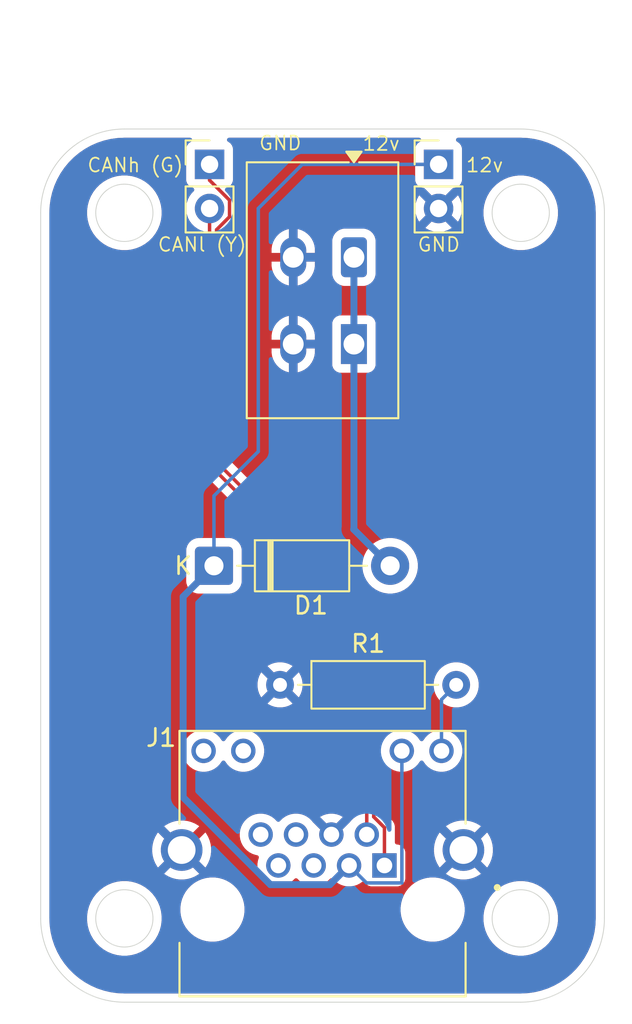
<source format=kicad_pcb>
(kicad_pcb (version 20241229) (generator "pcbnew") (generator_version "9.0")
  (layers (0 "F.Cu" signal) (2 "B.Cu" signal) (13 "F.Paste" user) (15 "B.Paste" user) (5 "F.SilkS" user "F.Silkscreen") (7 "B.SilkS" user "B.Silkscreen") (1 "F.Mask" user) (3 "B.Mask" user) (25 "Edge.Cuts" user))
  (net 0 "")
  (net 5 "/GND")
  (net 8 "/CANl")
  (net 9 "/CANh")
  (net 10 "/12v")
  (net 11 "Net-(J1-Pad9)")
  (net 12 "Net-(D1-A)")
  (footprint "TerminalBlock_WAGO:TerminalBlock_WAGO_2601-1102_1x02_P3.50mm_Horizontal" (layer "F.Cu") (at 99.766 66.8125 180)
    (property "Reference" "J3" (hide yes))
    (property "Value" "Conn_01x02_Pin")
    (fp_line (start 6.18 5.47) (end 0.3 5.47) (stroke (width 0.12)) (layer "F.SilkS"))
    (fp_line (start 6.18 -9.27) (end 6.18 5.47) (stroke (width 0.12)) (layer "F.SilkS"))
    (fp_line (start -0.3 5.47) (end -2.56 5.47) (stroke (width 0.12)) (layer "F.SilkS"))
    (fp_line (start -2.56 5.47) (end -2.56 -9.27) (stroke (width 0.12)) (layer "F.SilkS"))
    (fp_line (start -2.56 -9.27) (end 6.18 -9.27) (stroke (width 0.12)) (layer "F.SilkS"))
    (fp_poly (pts (xy 0 5.47) (xy 0.44 6.08) (xy -0.44 6.08)) (stroke (width 0.12)) (fill yes) (layer "F.SilkS"))
    (pad "1" thru_hole rect (at 0 -5 180) (size 1.5 2.3) (drill 1.2) (layers "*.Cu" "*.Mask") (net 12 "Net-(D1-A)"))
    (pad "1" thru_hole roundrect (at 0 0 180) (size 1.5 2.3) (drill 1.2) (layers "*.Cu" "*.Mask") (roundrect_rratio 0.166667) (net 12 "Net-(D1-A)"))
    (pad "2" thru_hole oval (at 3.5 -5 180) (size 1.5 2.3) (drill 1.2) (layers "*.Cu" "*.Mask") (net 5 "/GND"))
    (pad "2" thru_hole oval (at 3.5 0 180) (size 1.5 2.3) (drill 1.2) (layers "*.Cu" "*.Mask") (net 5 "/GND"))
  )
  (footprint "MTJ_88ARX1_FSM_LG:ADAMTECH_MTJ-88ARX1-FSM-LG" (layer "F.Cu") (at 97.956 104.3835)
    (property "Reference" "J1" (at -9.31 -9.8955 0) (layer "F.SilkS"))
    (property "Value" "MTJ-88ARX1-FSM-LG")
    (fp_line (start -8.25 -10.29) (end 8.25 -10.29) (stroke (width 0.127)) (layer "F.SilkS"))
    (fp_line (start -8.25 -4.95) (end -8.25 -10.29) (stroke (width 0.127)) (layer "F.SilkS"))
    (fp_line (start -8.25 5) (end -8.25 1.92) (stroke (width 0.127)) (layer "F.SilkS"))
    (fp_line (start 8.25 -10.29) (end 8.25 -4.95) (stroke (width 0.127)) (layer "F.SilkS"))
    (fp_line (start 8.25 5) (end -8.25 5) (stroke (width 0.127)) (layer "F.SilkS"))
    (fp_line (start 8.25 5) (end 8.25 1.92) (stroke (width 0.127)) (layer "F.SilkS"))
    (fp_circle (center 10.075 -1.27) (end 10.175 -1.27) (stroke (width 0.2)) (fill no) (layer "F.SilkS"))
    (pad "" np_thru_hole circle (at -6.35 0) (size 3.2 3.2) (drill 3.2) (layers "*.Cu" "*.Mask"))
    (pad "" np_thru_hole circle (at 6.35 0) (size 3.2 3.2) (drill 3.2) (layers "*.Cu" "*.Mask"))
    (pad "1" thru_hole rect (at 3.57 -2.54) (size 1.408 1.408) (drill 0.9) (layers "*.Cu" "*.Mask") (net 9 "/CANh"))
    (pad "2" thru_hole circle (at 2.55 -4.32) (size 1.408 1.408) (drill 0.9) (layers "*.Cu" "*.Mask") (net 8 "/CANl"))
    (pad "3" thru_hole circle (at 1.53 -2.54) (size 1.408 1.408) (drill 0.9) (layers "*.Cu" "*.Mask") (net 10 "/12v"))
    (pad "4" thru_hole circle (at 0.51 -4.32) (size 1.408 1.408) (drill 0.9) (layers "*.Cu" "*.Mask") (net 5 "/GND"))
    (pad "5" thru_hole circle (at -0.51 -2.54) (size 1.408 1.408) (drill 0.9) (layers "*.Cu" "*.Mask"))
    (pad "6" thru_hole circle (at -1.53 -4.32) (size 1.408 1.408) (drill 0.9) (layers "*.Cu" "*.Mask"))
    (pad "7" thru_hole circle (at -2.55 -2.54) (size 1.408 1.408) (drill 0.9) (layers "*.Cu" "*.Mask"))
    (pad "8" thru_hole circle (at -3.57 -4.32) (size 1.408 1.408) (drill 0.9) (layers "*.Cu" "*.Mask"))
    (pad "9" thru_hole circle (at 6.86 -9.14) (size 1.408 1.408) (drill 0.9) (layers "*.Cu" "*.Mask") (net 11 "Net-(J1-Pad9)"))
    (pad "10" thru_hole circle (at 4.57 -9.14) (size 1.408 1.408) (drill 0.9) (layers "*.Cu" "*.Mask") (net 10 "/12v"))
    (pad "11" thru_hole circle (at -4.57 -9.14) (size 1.408 1.408) (drill 0.9) (layers "*.Cu" "*.Mask"))
    (pad "12" thru_hole circle (at -6.86 -9.14) (size 1.408 1.408) (drill 0.9) (layers "*.Cu" "*.Mask"))
    (pad "SH1" thru_hole circle (at -8.125 -3.43) (size 2.4 2.4) (drill 1.6) (layers "*.Cu" "*.Mask") (net 5 "/GND"))
    (pad "SH2" thru_hole circle (at 8.125 -3.43) (size 2.4 2.4) (drill 1.6) (layers "*.Cu" "*.Mask") (net 5 "/GND"))
  )
  (footprint "Diode_THT:D_DO-41_SOD81_P10.16mm_Horizontal" (layer "F.Cu") (at 91.694 84.582)
    (property "Reference" "D1" (at 5.588 2.286 0) (layer "F.SilkS"))
    (property "Value" "D_Schottky")
    (fp_line (start 1.34 0) (end 2.36 0) (stroke (width 0.12)) (layer "F.SilkS"))
    (fp_line (start 3.14 -1.47) (end 3.14 1.47) (stroke (width 0.12)) (layer "F.SilkS"))
    (fp_line (start 3.26 -1.47) (end 3.26 1.47) (stroke (width 0.12)) (layer "F.SilkS"))
    (fp_line (start 3.38 -1.47) (end 3.38 1.47) (stroke (width 0.12)) (layer "F.SilkS"))
    (fp_line (start 8.82 0) (end 7.8 0) (stroke (width 0.12)) (layer "F.SilkS"))
    (fp_rect (start 2.36 -1.47) (end 7.8 1.47) (stroke (width 0.12)) (fill no) (layer "F.SilkS"))
    (fp_text user "K" (at -1.778 0 0) (layer "F.SilkS"))
    (pad "1" thru_hole roundrect (at 0 0) (size 2.2 2.2) (drill 1.1) (layers "*.Cu" "*.Mask") (roundrect_rratio 0.113636) (net 10 "/12v"))
    (pad "2" thru_hole circle (at 10.16 0) (size 2.2 2.2) (drill 1.1) (layers "*.Cu" "*.Mask") (net 12 "Net-(D1-A)"))
  )
  (footprint "Resistor_THT:R_Axial_DIN0207_L6.3mm_D2.5mm_P10.16mm_Horizontal" (layer "F.Cu") (at 95.504 91.44)
    (property "Reference" "R1" (at 5.08 -2.37 0) (layer "F.SilkS"))
    (property "Value" "R")
    (fp_line (start 1.04 0) (end 1.81 0) (stroke (width 0.12)) (layer "F.SilkS"))
    (fp_line (start 9.12 0) (end 8.35 0) (stroke (width 0.12)) (layer "F.SilkS"))
    (fp_rect (start 1.81 -1.37) (end 8.35 1.37) (stroke (width 0.12)) (fill no) (layer "F.SilkS"))
    (pad "1" thru_hole circle (at 0 0) (size 1.6 1.6) (drill 0.8) (layers "*.Cu" "*.Mask") (net 5 "/GND"))
    (pad "2" thru_hole circle (at 10.16 0) (size 1.6 1.6) (drill 0.8) (layers "*.Cu" "*.Mask") (net 11 "Net-(J1-Pad9)"))
  )
  (footprint "Connector_PinHeader_2.54mm:PinHeader_1x02_P2.54mm_Vertical" (layer "F.Cu") (at 91.44 61.463)
    (property "Reference" "J2" (hide yes))
    (property "Value" "Conn_01x02_Pin")
    (fp_line (start -1.38 -1.38) (end 0 -1.38) (stroke (width 0.12)) (layer "F.SilkS"))
    (fp_line (start -1.38 0) (end -1.38 -1.38) (stroke (width 0.12)) (layer "F.SilkS"))
    (fp_line (start -1.38 1.27) (end -1.38 3.92) (stroke (width 0.12)) (layer "F.SilkS"))
    (fp_line (start -1.38 1.27) (end 1.38 1.27) (stroke (width 0.12)) (layer "F.SilkS"))
    (fp_line (start -1.38 3.92) (end 1.38 3.92) (stroke (width 0.12)) (layer "F.SilkS"))
    (fp_line (start 1.38 1.27) (end 1.38 3.92) (stroke (width 0.12)) (layer "F.SilkS"))
    (pad "1" thru_hole rect (at 0 0) (size 1.7 1.7) (drill 1) (layers "*.Cu" "*.Mask") (net 9 "/CANh"))
    (pad "2" thru_hole circle (at 0 2.54) (size 1.7 1.7) (drill 1) (layers "*.Cu" "*.Mask") (net 8 "/CANl"))
  )
  (footprint "Connector_PinHeader_2.54mm:PinHeader_1x02_P2.54mm_Vertical" (layer "F.Cu") (at 104.648 61.463)
    (property "Reference" "J4" (hide yes))
    (property "Value" "Conn_01x02_Pin")
    (fp_line (start -1.38 -1.38) (end 0 -1.38) (stroke (width 0.12)) (layer "F.SilkS"))
    (fp_line (start -1.38 0) (end -1.38 -1.38) (stroke (width 0.12)) (layer "F.SilkS"))
    (fp_line (start -1.38 1.27) (end -1.38 3.92) (stroke (width 0.12)) (layer "F.SilkS"))
    (fp_line (start -1.38 1.27) (end 1.38 1.27) (stroke (width 0.12)) (layer "F.SilkS"))
    (fp_line (start -1.38 3.92) (end 1.38 3.92) (stroke (width 0.12)) (layer "F.SilkS"))
    (fp_line (start 1.38 1.27) (end 1.38 3.92) (stroke (width 0.12)) (layer "F.SilkS"))
    (pad "1" thru_hole rect (at 0 0) (size 1.7 1.7) (drill 1) (layers "*.Cu" "*.Mask") (net 10 "/12v"))
    (pad "2" thru_hole circle (at 0 2.54) (size 1.7 1.7) (drill 1) (layers "*.Cu" "*.Mask") (net 5 "/GND"))
  )
  (gr_line (start 114.212 64.2515) (end 114.212 104.8915) (stroke (width 0.05)) (layer "Edge.Cuts"))
  (gr_line (start 81.7 64.2515) (end 81.7 104.8915) (stroke (width 0.05)) (layer "Edge.Cuts"))
  (gr_circle (center 109.386 104.8915) (end 111.036 104.8915) (stroke (width 0.05)) (fill no) (layer "Edge.Cuts"))
  (gr_circle (center 109.386 64.2515) (end 111.036 64.2515) (stroke (width 0.05)) (fill no) (layer "Edge.Cuts"))
  (gr_arc (start 81.7 64.2515) (mid 83.113503 60.839003) (end 86.526 59.4255) (stroke (width 0.05)) (layer "Edge.Cuts"))
  (gr_line (start 86.526 59.4255) (end 109.386 59.4255) (stroke (width 0.05)) (layer "Edge.Cuts"))
  (gr_arc (start 114.212 104.8915) (mid 112.798497 108.303997) (end 109.386 109.7175) (stroke (width 0.05)) (layer "Edge.Cuts"))
  (gr_circle (center 86.526 64.2515) (end 88.176 64.2515) (stroke (width 0.05)) (fill no) (layer "Edge.Cuts"))
  (gr_arc (start 109.386 59.4255) (mid 112.798497 60.839003) (end 114.212 64.2515) (stroke (width 0.05)) (layer "Edge.Cuts"))
  (gr_circle (center 86.526 104.8915) (end 88.176 104.8915) (stroke (width 0.05)) (fill no) (layer "Edge.Cuts"))
  (gr_arc (start 86.526 109.7175) (mid 83.113503 108.303997) (end 81.7 104.8915) (stroke (width 0.05)) (layer "Edge.Cuts"))
  (gr_line (start 109.386 109.7175) (end 86.526 109.7175) (stroke (width 0.05)) (layer "Edge.Cuts"))
  (gr_text "CANh (G)" (at 84.328 61.976 0) (layer "F.SilkS") (effects (font (size 0.8 0.8) (thickness 0.1)) (justify left bottom)))
  (gr_text "GND" (at 94.234 60.706 0) (layer "F.SilkS") (effects (font (size 0.8 0.8) (thickness 0.1)) (justify left bottom)))
  (gr_text "GND" (at 103.378 66.548 0) (layer "F.SilkS") (effects (font (size 0.8 0.8) (thickness 0.1)) (justify left bottom)))
  (gr_text "12v\n" (at 100.206 60.7325 0) (layer "F.SilkS") (effects (font (size 0.8 0.8) (thickness 0.1)) (justify left bottom)))
  (gr_text "12v\n" (at 106.172 61.976 0) (layer "F.SilkS") (effects (font (size 0.8 0.8) (thickness 0.1)) (justify left bottom)))
  (gr_text "CANl (Y)" (at 88.392 66.548 0) (layer "F.SilkS") (effects (font (size 0.8 0.8) (thickness 0.1)) (justify left bottom)))
  (segment (start 100.506 87.82945) (end 91.44 78.76345) (width 0.2) (layer "F.Cu") (net 8))
  (segment (start 91.44 78.76345) (end 91.44 64.003) (width 0.2) (layer "F.Cu") (net 8))
  (segment (start 100.506 100.0635) (end 100.506 87.82945) (width 0.2) (layer "F.Cu") (net 8))
  (segment (start 91.841 65.22976) (end 91.841 78.59735) (width 0.2) (layer "F.Cu") (net 9))
  (segment (start 91.841 78.59735) (end 100.907 87.66335) (width 0.2) (layer "F.Cu") (net 9))
  (segment (start 92.591 63.52624) (end 92.591 64.47976) (width 0.2) (layer "F.Cu") (net 9))
  (segment (start 101.526 99.662215) (end 101.526 101.8435) (width 0.2) (layer "F.Cu") (net 9))
  (segment (start 91.44 62.37524) (end 92.591 63.52624) (width 0.2) (layer "F.Cu") (net 9))
  (segment (start 92.591 64.47976) (end 91.841 65.22976) (width 0.2) (layer "F.Cu") (net 9))
  (segment (start 100.907 99.043215) (end 100.907 87.66335) (width 0.2) (layer "F.Cu") (net 9))
  (segment (start 91.44 61.463) (end 91.44 62.37524) (width 0.2) (layer "F.Cu") (net 9))
  (segment (start 101.526 99.662215) (end 100.907 99.043215) (width 0.2) (layer "F.Cu") (net 9))
  (segment (start 91.694 84.582) (end 89.916 86.36) (width 0.4) (layer "B.Cu") (net 10))
  (segment (start 89.916 86.36) (end 89.916 97.916206) (width 0.4) (layer "B.Cu") (net 10))
  (segment (start 102.531 102.8485) (end 100.491 102.8485) (width 0.2) (layer "B.Cu") (net 10))
  (segment (start 94.25 64) (end 94.25 78) (width 0.2) (layer "B.Cu") (net 10))
  (segment (start 96.787 61.463) (end 94.25 64) (width 0.2) (layer "B.Cu") (net 10))
  (segment (start 94.948294 102.9485) (end 98.381 102.9485) (width 0.4) (layer "B.Cu") (net 10))
  (segment (start 98.381 102.9485) (end 99.486 101.8435) (width 0.4) (layer "B.Cu") (net 10))
  (segment (start 91.694 80.556) (end 91.694 84.582) (width 0.2) (layer "B.Cu") (net 10))
  (segment (start 104.648 61.463) (end 96.787 61.463) (width 0.2) (layer "B.Cu") (net 10))
  (segment (start 94.25 78) (end 91.694 80.556) (width 0.2) (layer "B.Cu") (net 10))
  (segment (start 89.916 97.916206) (end 94.948294 102.9485) (width 0.4) (layer "B.Cu") (net 10))
  (segment (start 100.491 102.8485) (end 99.486 101.8435) (width 0.2) (layer "B.Cu") (net 10))
  (segment (start 102.531 95.2485) (end 102.531 102.8485) (width 0.2) (layer "B.Cu") (net 10))
  (segment (start 102.526 95.2435) (end 102.531 95.2485) (width 0.2) (layer "B.Cu") (net 10))
  (segment (start 104.816 95.2435) (end 104.816 92.288) (width 0.2) (layer "B.Cu") (net 11))
  (segment (start 104.816 92.288) (end 105.664 91.44) (width 0.2) (layer "B.Cu") (net 11))
  (segment (start 101.854 84.582) (end 99.75 82.478) (width 0.4) (layer "B.Cu") (net 12))
  (segment (start 99.766 71.8125) (end 99.766 66.8125) (width 0.4) (layer "B.Cu") (net 12))
  (segment (start 99.766 82.462) (end 99.766 71.8125) (width 0.4) (layer "B.Cu") (net 12))
  (segment (start 99.75 82.478) (end 99.766 82.462) (width 0.4) (layer "B.Cu") (net 12))
  (zone (net 5) (net_name "/GND") (layers "F.Cu" "B.Cu") (connect_pads (clearance 0.5)) (min_thickness 0.25) (fill yes (thermal_gap 0.5) (thermal_bridge_width 0.5))
    (polygon (pts (xy 80.01 58.42) (xy 115.824 58.674) (xy 115.824 110.998) (xy 79.756 110.998)))
  )
)
</source>
